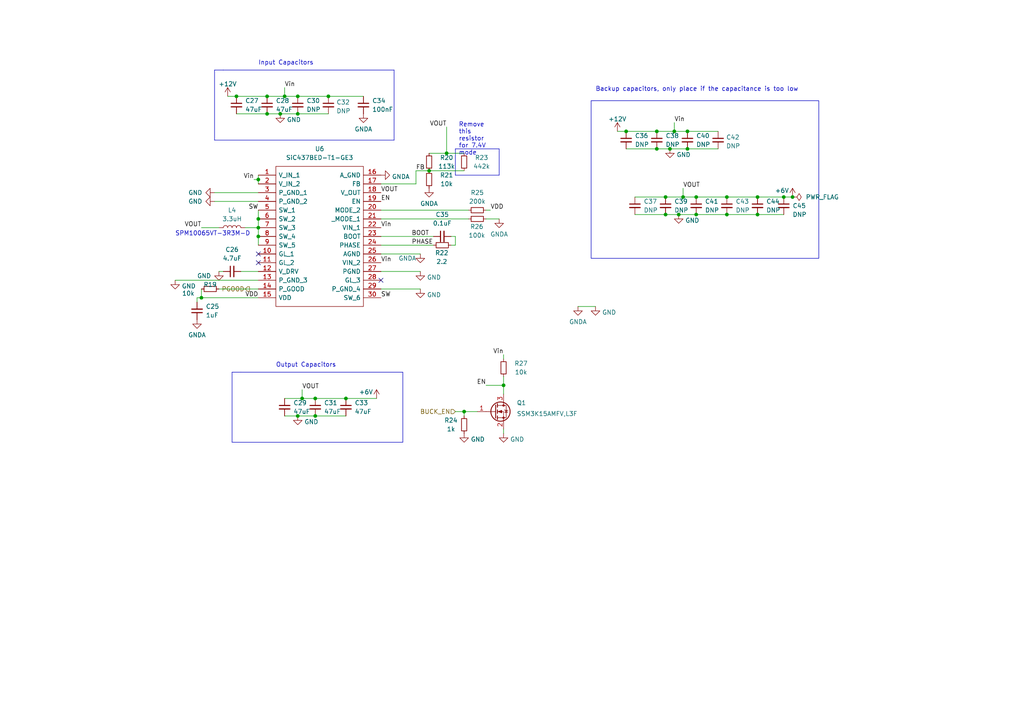
<source format=kicad_sch>
(kicad_sch (version 20230121) (generator eeschema)
  (paper "A4")
  (lib_symbols
    (symbol "Device:C_Small" (pin_numbers hide) (pin_names (offset 0.254) hide)
      (property "Reference" "C" (at 0.254 1.778 0))
      (property "Value" "C_Small" (at 0.254 -2.032 0))
      (symbol "C_Small_0_1"
        (polyline (pts (xy -1.524 -0.508) (xy 1.524 -0.508)) (stroke (width 0.3302)))
        (polyline (pts (xy -1.524 0.508) (xy 1.524 0.508)) (stroke (width 0.3048)))
      )
      (symbol "C_Small_1_1"
        (pin passive line (at 0 2.54 270) (length 2.032) (name "~") (number "1"))
        (pin passive line (at 0 -2.54 90) (length 2.032) (name "~") (number "2"))
      )
    )
    (symbol "Device:L" (pin_numbers hide) (pin_names (offset 1.016) hide)
      (property "Reference" "L" (at -1.27 0 90))
      (property "Value" "L" (at 1.905 0 90))
      (symbol "L_0_1"
        (arc (start 0 -2.54) (mid 0.6323 -1.905) (end 0 -1.27))
        (arc (start 0 -1.27) (mid 0.6323 -0.635) (end 0 0))
        (arc (start 0 0) (mid 0.6323 0.635) (end 0 1.27))
        (arc (start 0 1.27) (mid 0.6323 1.905) (end 0 2.54))
      )
      (symbol "L_1_1"
        (pin passive line (at 0 3.81 270) (length 1.27) (name "1") (number "1"))
        (pin passive line (at 0 -3.81 90) (length 1.27) (name "2") (number "2"))
      )
    )
    (symbol "Device:Q_NMOS_GSD" (pin_names (offset 0) hide)
      (property "Reference" "Q" (at 5.08 1.27 0))
      (property "Value" "Q_NMOS_GSD" (at 5.08 -1.27 0))
      (symbol "Q_NMOS_GSD_0_1"
        (polyline (pts (xy 0.254 0) (xy -2.54 0)))
        (polyline (pts (xy 0.254 1.905) (xy 0.254 -1.905)) (stroke (width 0.254)))
        (polyline (pts (xy 0.762 -1.27) (xy 0.762 -2.286)) (stroke (width 0.254)))
        (polyline (pts (xy 0.762 0.508) (xy 0.762 -0.508)) (stroke (width 0.254)))
        (polyline (pts (xy 0.762 2.286) (xy 0.762 1.27)) (stroke (width 0.254)))
        (polyline (pts (xy 2.54 2.54) (xy 2.54 1.778)))
        (polyline (pts (xy 2.54 -2.54) (xy 2.54 0) (xy 0.762 0)))
        (polyline (pts (xy 0.762 -1.778) (xy 3.302 -1.778) (xy 3.302 1.778) (xy 0.762 1.778)))
        (polyline (pts (xy 1.016 0) (xy 2.032 0.381) (xy 2.032 -0.381) (xy 1.016 0)) (fill (type outline)))
        (polyline (pts (xy 2.794 0.508) (xy 2.921 0.381) (xy 3.683 0.381) (xy 3.81 0.254)))
        (polyline (pts (xy 3.302 0.381) (xy 2.921 -0.254) (xy 3.683 -0.254) (xy 3.302 0.381)))
        (circle (center 1.651 0) (radius 2.794) (stroke (width 0.254)))
        (circle (center 2.54 -1.778) (radius 0.254) (fill (type outline)))
        (circle (center 2.54 1.778) (radius 0.254) (fill (type outline)))
      )
      (symbol "Q_NMOS_GSD_1_1"
        (pin input line (at -5.08 0 0) (length 2.54) (name "G") (number "1"))
        (pin passive line (at 2.54 -5.08 90) (length 2.54) (name "S") (number "2"))
        (pin passive line (at 2.54 5.08 270) (length 2.54) (name "D") (number "3"))
      )
    )
    (symbol "Device:R_Small" (pin_numbers hide) (pin_names (offset 0.254) hide)
      (property "Reference" "R" (at 0.762 0.508 0))
      (property "Value" "R_Small" (at 0.762 -1.016 0))
      (symbol "R_Small_0_1"
        (rectangle (start -0.762 1.778) (end 0.762 -1.778) (stroke (width 0.2032)))
      )
      (symbol "R_Small_1_1"
        (pin passive line (at 0 2.54 270) (length 0.762) (name "~") (number "1"))
        (pin passive line (at 0 -2.54 90) (length 0.762) (name "~") (number "2"))
      )
    )
    (symbol "iclr:SiC437BED-T1-GE3" (pin_names (offset 0.762))
      (property "Reference" "IC" (at 31.75 7.62 0))
      (property "Value" "SiC437BED-T1-GE3" (at 31.75 5.08 0))
      (symbol "SiC437BED-T1-GE3_0_0"
        (pin passive line (at 0 0 0) (length 5.08) (name "V_IN_1") (number "1"))
        (pin passive line (at 0 -22.86 0) (length 5.08) (name "GL_1") (number "10"))
        (pin passive line (at 0 -25.4 0) (length 5.08) (name "GL_2") (number "11"))
        (pin passive line (at 0 -27.94 0) (length 5.08) (name "V_DRV") (number "12"))
        (pin passive line (at 0 -30.48 0) (length 5.08) (name "P_GND_3") (number "13"))
        (pin passive line (at 0 -33.02 0) (length 5.08) (name "P_GOOD") (number "14"))
        (pin passive line (at 0 -35.56 0) (length 5.08) (name "VDD") (number "15"))
        (pin passive line (at 35.56 0 180) (length 5.08) (name "A_GND") (number "16"))
        (pin passive line (at 35.56 -2.54 180) (length 5.08) (name "FB") (number "17"))
        (pin passive line (at 35.56 -5.08 180) (length 5.08) (name "V_OUT") (number "18"))
        (pin passive line (at 35.56 -7.62 180) (length 5.08) (name "EN") (number "19"))
        (pin passive line (at 0 -2.54 0) (length 5.08) (name "V_IN_2") (number "2"))
        (pin passive line (at 35.56 -10.16 180) (length 5.08) (name "MODE_2") (number "20"))
        (pin passive line (at 35.56 -12.7 180) (length 5.08) (name "_MODE_1") (number "21"))
        (pin passive line (at 35.56 -15.24 180) (length 5.08) (name "VIN_1") (number "22"))
        (pin passive line (at 35.56 -17.78 180) (length 5.08) (name "BOOT") (number "23"))
        (pin passive line (at 35.56 -20.32 180) (length 5.08) (name "PHASE") (number "24"))
        (pin passive line (at 35.56 -22.86 180) (length 5.08) (name "AGND") (number "25"))
        (pin passive line (at 35.56 -25.4 180) (length 5.08) (name "VIN_2") (number "26"))
        (pin passive line (at 35.56 -27.94 180) (length 5.08) (name "PGND") (number "27"))
        (pin passive line (at 35.56 -30.48 180) (length 5.08) (name "GL_3") (number "28"))
        (pin passive line (at 35.56 -33.02 180) (length 5.08) (name "P_GND_4") (number "29"))
        (pin passive line (at 0 -5.08 0) (length 5.08) (name "P_GND_1") (number "3"))
        (pin passive line (at 35.56 -35.56 180) (length 5.08) (name "SW_6") (number "30"))
        (pin passive line (at 0 -7.62 0) (length 5.08) (name "P_GND_2") (number "4"))
        (pin passive line (at 0 -10.16 0) (length 5.08) (name "SW_1") (number "5"))
        (pin passive line (at 0 -12.7 0) (length 5.08) (name "SW_2") (number "6"))
        (pin passive line (at 0 -15.24 0) (length 5.08) (name "SW_3") (number "7"))
        (pin passive line (at 0 -17.78 0) (length 5.08) (name "SW_4") (number "8"))
        (pin passive line (at 0 -20.32 0) (length 5.08) (name "SW_5") (number "9"))
      )
      (symbol "SiC437BED-T1-GE3_0_1"
        (polyline (pts (xy 5.08 2.54) (xy 30.48 2.54) (xy 30.48 -38.1) (xy 5.08 -38.1) (xy 5.08 2.54)) (stroke (width 0.1524)))
      )
    )
    (symbol "power:+12V" (power) (pin_names (offset 0))
      (property "Value" "+12V" (at 0 3.556 0))
      (symbol "+12V_0_1"
        (polyline (pts (xy -0.762 1.27) (xy 0 2.54)))
        (polyline (pts (xy 0 0) (xy 0 2.54)))
        (polyline (pts (xy 0 2.54) (xy 0.762 1.27)))
      )
      (symbol "+12V_1_1"
        (pin power_in line (at 0 0 90) (length 0) hide (name "+12V") (number "1"))
      )
    )
    (symbol "power:+6V" (power) (pin_names (offset 0))
      (property "Value" "+6V" (at 0 3.556 0))
      (symbol "+6V_0_1"
        (polyline (pts (xy -0.762 1.27) (xy 0 2.54)))
        (polyline (pts (xy 0 0) (xy 0 2.54)))
        (polyline (pts (xy 0 2.54) (xy 0.762 1.27)))
      )
      (symbol "+6V_1_1"
        (pin power_in line (at 0 0 90) (length 0) hide (name "+6V") (number "1"))
      )
    )
    (symbol "power:GND" (power) (pin_names (offset 0))
      (property "Value" "GND" (at 0 -3.81 0))
      (symbol "GND_0_1"
        (polyline (pts (xy 0 0) (xy 0 -1.27) (xy 1.27 -1.27) (xy 0 -2.54) (xy -1.27 -1.27) (xy 0 -1.27)))
      )
      (symbol "GND_1_1"
        (pin power_in line (at 0 0 270) (length 0) hide (name "GND") (number "1"))
      )
    )
    (symbol "power:GNDA" (power) (pin_names (offset 0))
      (property "Value" "GNDA" (at 0 -3.81 0))
      (symbol "GNDA_0_1"
        (polyline (pts (xy 0 0) (xy 0 -1.27) (xy 1.27 -1.27) (xy 0 -2.54) (xy -1.27 -1.27) (xy 0 -1.27)))
      )
      (symbol "GNDA_1_1"
        (pin power_in line (at 0 0 270) (length 0) hide (name "GNDA") (number "1"))
      )
    )
    (symbol "power:PWR_FLAG" (power) (pin_numbers hide) (pin_names (offset 0) hide)
      (property "Value" "PWR_FLAG" (at 0 3.81 0))
      (symbol "PWR_FLAG_0_0"
        (pin power_out line (at 0 0 90) (length 0) (name "pwr") (number "1"))
      )
      (symbol "PWR_FLAG_0_1"
        (polyline (pts (xy 0 0) (xy 0 1.27) (xy -1.016 1.905) (xy 0 2.54) (xy 1.016 1.905) (xy 0 1.27)))
      )
    )
  )
  (junction (at 91.44 115.57))
  (junction (at 229.87 57.15))
  (junction (at 210.82 57.15))
  (junction (at 77.47 33.02))
  (junction (at 201.93 57.15))
  (junction (at 74.93 52.07))
  (junction (at 196.85 62.23))
  (junction (at 86.36 33.02))
  (junction (at 81.28 33.02))
  (junction (at 193.04 62.23))
  (junction (at 74.93 63.5))
  (junction (at 194.31 43.18))
  (junction (at 91.44 120.65))
  (junction (at 100.33 115.57))
  (junction (at 86.36 120.65))
  (junction (at 77.47 27.94))
  (junction (at 87.63 115.57))
  (junction (at 190.5 43.18))
  (junction (at 195.58 38.1))
  (junction (at 199.39 43.18))
  (junction (at 219.71 62.23))
  (junction (at 134.62 119.38))
  (junction (at 181.61 38.1))
  (junction (at 227.33 57.15))
  (junction (at 95.25 27.94))
  (junction (at 74.93 68.58))
  (junction (at 199.39 38.1))
  (junction (at 129.54 44.45))
  (junction (at 190.5 38.1))
  (junction (at 201.93 62.23))
  (junction (at 74.93 66.04))
  (junction (at 210.82 62.23))
  (junction (at 198.12 57.15))
  (junction (at 193.04 57.15))
  (junction (at 86.36 27.94))
  (junction (at 146.05 111.76))
  (junction (at 124.46 49.53))
  (junction (at 219.71 57.15))
  (junction (at 82.55 27.94))
  (junction (at 68.58 27.94))
  (junction (at 58.42 86.36))
  (no_connect (at 74.93 76.2))
  (no_connect (at 74.93 73.66))
  (no_connect (at 110.49 81.28))
  (wire (pts (xy 68.58 27.94) (xy 77.47 27.94)))
  (wire (pts (xy 87.63 113.03) (xy 87.63 115.57)))
  (wire (pts (xy 140.97 63.5) (xy 144.78 63.5)))
  (wire (pts (xy 58.42 86.36) (xy 74.93 86.36)))
  (wire (pts (xy 82.55 25.4) (xy 82.55 27.94)))
  (wire (pts (xy 82.55 120.65) (xy 86.36 120.65)))
  (polyline (pts (xy 144.78 43.18) (xy 144.78 50.8)))
  (wire (pts (xy 87.63 115.57) (xy 91.44 115.57)))
  (wire (pts (xy 57.15 86.36) (xy 57.15 87.63)))
  (polyline (pts (xy 116.84 128.27) (xy 67.31 128.27)))
  (wire (pts (xy 146.05 104.14) (xy 146.05 102.87)))
  (polyline (pts (xy 69.85 107.95) (xy 116.84 107.95)))
  (wire (pts (xy 82.55 27.94) (xy 86.36 27.94)))
  (wire (pts (xy 86.36 33.02) (xy 95.25 33.02)))
  (wire (pts (xy 110.49 53.34) (xy 120.65 53.34)))
  (wire (pts (xy 229.87 57.15) (xy 227.33 57.15)))
  (wire (pts (xy 210.82 62.23) (xy 219.71 62.23)))
  (wire (pts (xy 95.25 27.94) (xy 105.41 27.94)))
  (wire (pts (xy 146.05 114.3) (xy 146.05 111.76)))
  (wire (pts (xy 74.93 60.96) (xy 74.93 63.5)))
  (wire (pts (xy 190.5 43.18) (xy 194.31 43.18)))
  (wire (pts (xy 68.58 33.02) (xy 77.47 33.02)))
  (polyline (pts (xy 64.77 20.32) (xy 114.3 20.32)))
  (wire (pts (xy 58.42 83.82) (xy 58.42 86.36)))
  (wire (pts (xy 71.12 66.04) (xy 74.93 66.04)))
  (wire (pts (xy 190.5 38.1) (xy 195.58 38.1)))
  (wire (pts (xy 134.62 119.38) (xy 138.43 119.38)))
  (wire (pts (xy 179.07 38.1) (xy 181.61 38.1)))
  (wire (pts (xy 194.31 43.18) (xy 199.39 43.18)))
  (wire (pts (xy 193.04 62.23) (xy 196.85 62.23)))
  (wire (pts (xy 86.36 120.65) (xy 91.44 120.65)))
  (wire (pts (xy 121.92 83.82) (xy 110.49 83.82)))
  (wire (pts (xy 74.93 50.8) (xy 74.93 52.07)))
  (wire (pts (xy 219.71 62.23) (xy 227.33 62.23)))
  (wire (pts (xy 195.58 35.56) (xy 195.58 38.1)))
  (polyline (pts (xy 67.31 107.95) (xy 69.85 107.95)))
  (wire (pts (xy 120.65 49.53) (xy 120.65 53.34)))
  (wire (pts (xy 74.93 68.58) (xy 74.93 71.12)))
  (wire (pts (xy 129.54 44.45) (xy 134.62 44.45)))
  (polyline (pts (xy 132.08 43.18) (xy 144.78 43.18)))
  (wire (pts (xy 201.93 62.23) (xy 210.82 62.23)))
  (wire (pts (xy 77.47 27.94) (xy 82.55 27.94)))
  (wire (pts (xy 132.08 119.38) (xy 134.62 119.38)))
  (wire (pts (xy 100.33 115.57) (xy 109.22 115.57)))
  (wire (pts (xy 210.82 57.15) (xy 219.71 57.15)))
  (wire (pts (xy 63.5 83.82) (xy 74.93 83.82)))
  (wire (pts (xy 63.5 78.74) (xy 64.77 78.74)))
  (wire (pts (xy 121.92 78.74) (xy 110.49 78.74)))
  (wire (pts (xy 227.33 57.15) (xy 219.71 57.15)))
  (wire (pts (xy 86.36 27.94) (xy 95.25 27.94)))
  (wire (pts (xy 146.05 125.73) (xy 146.05 124.46)))
  (wire (pts (xy 167.64 88.9) (xy 172.72 88.9)))
  (wire (pts (xy 195.58 38.1) (xy 199.39 38.1)))
  (wire (pts (xy 62.23 55.88) (xy 74.93 55.88)))
  (wire (pts (xy 120.65 49.53) (xy 124.46 49.53)))
  (wire (pts (xy 140.97 60.96) (xy 142.24 60.96)))
  (wire (pts (xy 91.44 120.65) (xy 100.33 120.65)))
  (wire (pts (xy 74.93 63.5) (xy 74.93 66.04)))
  (wire (pts (xy 77.47 33.02) (xy 81.28 33.02)))
  (wire (pts (xy 58.42 86.36) (xy 57.15 86.36)))
  (wire (pts (xy 140.97 111.76) (xy 146.05 111.76)))
  (wire (pts (xy 199.39 38.1) (xy 208.28 38.1)))
  (polyline (pts (xy 67.31 128.27) (xy 67.31 107.95)))
  (wire (pts (xy 50.8 81.28) (xy 74.93 81.28)))
  (wire (pts (xy 132.08 68.58) (xy 132.08 71.12)))
  (wire (pts (xy 73.66 52.07) (xy 74.93 52.07)))
  (wire (pts (xy 193.04 57.15) (xy 198.12 57.15)))
  (wire (pts (xy 199.39 43.18) (xy 208.28 43.18)))
  (wire (pts (xy 74.93 52.07) (xy 74.93 53.34)))
  (polyline (pts (xy 62.23 20.32) (xy 64.77 20.32)))
  (wire (pts (xy 181.61 38.1) (xy 190.5 38.1)))
  (wire (pts (xy 91.44 115.57) (xy 100.33 115.57)))
  (wire (pts (xy 146.05 109.22) (xy 146.05 111.76)))
  (wire (pts (xy 69.85 78.74) (xy 74.93 78.74)))
  (wire (pts (xy 110.49 68.58) (xy 125.73 68.58)))
  (wire (pts (xy 62.23 58.42) (xy 74.93 58.42)))
  (wire (pts (xy 129.54 44.45) (xy 124.46 44.45)))
  (polyline (pts (xy 62.23 40.64) (xy 62.23 20.32)))
  (polyline (pts (xy 132.08 43.18) (xy 132.08 50.8)))
  (wire (pts (xy 198.12 54.61) (xy 198.12 57.15)))
  (polyline (pts (xy 116.84 107.95) (xy 116.84 128.27)))
  (wire (pts (xy 121.92 73.66) (xy 110.49 73.66)))
  (wire (pts (xy 196.85 62.23) (xy 201.93 62.23)))
  (wire (pts (xy 81.28 33.02) (xy 86.36 33.02)))
  (polyline (pts (xy 114.3 40.64) (xy 62.23 40.64)))
  (wire (pts (xy 58.42 66.04) (xy 63.5 66.04)))
  (wire (pts (xy 134.62 120.65) (xy 134.62 119.38)))
  (wire (pts (xy 135.89 63.5) (xy 110.49 63.5)))
  (wire (pts (xy 110.49 71.12) (xy 125.73 71.12)))
  (wire (pts (xy 135.89 60.96) (xy 110.49 60.96)))
  (wire (pts (xy 181.61 43.18) (xy 190.5 43.18)))
  (wire (pts (xy 66.04 27.94) (xy 68.58 27.94)))
  (wire (pts (xy 132.08 68.58) (xy 130.81 68.58)))
  (wire (pts (xy 124.46 49.53) (xy 134.62 49.53)))
  (wire (pts (xy 198.12 57.15) (xy 201.93 57.15)))
  (wire (pts (xy 201.93 57.15) (xy 210.82 57.15)))
  (polyline (pts (xy 144.78 50.8) (xy 132.08 50.8)))
  (wire (pts (xy 129.54 36.83) (xy 129.54 44.45)))
  (wire (pts (xy 132.08 71.12) (xy 130.81 71.12)))
  (polyline (pts (xy 114.3 20.32) (xy 114.3 40.64)))
  (wire (pts (xy 82.55 115.57) (xy 87.63 115.57)))
  (wire (pts (xy 184.15 57.15) (xy 193.04 57.15)))
  (wire (pts (xy 74.93 66.04) (xy 74.93 68.58)))
  (wire (pts (xy 184.15 62.23) (xy 193.04 62.23)))
  (rectangle (start 171.45 29.21) (end 237.49 74.93))
  (text_box "Remove this resistor for 7.4V mode" (at 132.08 34.29 0) (size 12.7 7.62) (stroke (width -0.0001)) (effects (font (size 1.27 1.27)) (justify left top)))
  (text "Backup capacitors, only place if the capacitance is too low\n" (at 172.72 26.67 0) (effects (font (size 1.27 1.27)) (justify left bottom)))
  (text "SPM10065VT-3R3M-D" (at 50.8 68.58 0) (effects (font (size 1.27 1.27)) (justify left bottom)))
  (text "Input Capacitors\n" (at 74.93 19.05 0) (effects (font (size 1.27 1.27)) (justify left bottom)))
  (text "Output Capacitors\n" (at 80.01 106.68 0) (effects (font (size 1.27 1.27)) (justify left bottom)))
  (label "VDD" (at 142.24 60.96 0))
  (label "VOUT" (at 87.63 113.03 0))
  (label "Vin" (at 110.49 76.2 0))
  (label "EN" (at 110.49 58.42 0))
  (label "SW" (at 74.93 60.96 180))
  (label "VOUT" (at 129.54 36.83 180))
  (label "PHASE" (at 119.38 71.12 0))
  (label "VOUT" (at 58.42 66.04 180))
  (label "Vin" (at 110.49 66.04 0))
  (label "EN" (at 140.97 111.76 180))
  (label "FB" (at 120.65 49.53 0))
  (label "BOOT" (at 124.46 68.58 180))
  (label "Vin" (at 146.05 102.87 180))
  (label "SW" (at 110.49 86.36 0))
  (label "Vin" (at 195.58 35.56 0))
  (label "Vin" (at 82.55 25.4 0))
  (label "VOUT" (at 110.49 55.88 0))
  (label "VOUT" (at 198.12 54.61 0))
  (label "VDD" (at 74.93 86.36 180))
  (label "Vin" (at 73.66 52.07 180))
  (hierarchical_label "BUCK_EN" (shape input) (at 132.08 119.38 180))
  (hierarchical_label "PGOOD" (shape output) (at 72.39 83.82 180))
  (symbol (lib_id "Device:C_Small") (at 210.82 59.69 0) (unit 1)
    (property "Reference" "C43" (at 213.36 58.4263 0) (effects (justify left)))
    (property "Value" "DNP" (at 213.36 60.9663 0) (effects (justify left)))
    (property "Footprint" "Capacitor_SMD:C_1206_3216Metric" (effects hide))
  )
  (symbol (lib_id "power:GNDA") (at 57.15 92.71 0) (unit 1)
    (property "Reference" "#PWR049" (effects hide))
    (property "Value" "GNDA" (at 57.15 97.1534 0))
  )
  (symbol (lib_id "power:+12V") (at 179.07 38.1 0) (unit 1)
    (property "Reference" "#PWR068" (effects hide))
    (property "Value" "+12V" (at 179.07 34.5242 0))
  )
  (symbol (lib_id "Device:R_Small") (at 124.46 46.99 180) (unit 1)
    (property "Reference" "R20" (at 129.54 45.72 0))
    (property "Value" "113k" (at 129.54 48.2569 0))
    (property "Footprint" "Resistor_SMD:R_0402_1005Metric" (effects hide))
  )
  (symbol (lib_id "power:GNDA") (at 124.46 54.61 0) (unit 1)
    (property "Reference" "#PWR062" (effects hide))
    (property "Value" "GNDA" (at 124.46 59.0534 0))
  )
  (symbol (lib_id "power:GND") (at 134.62 125.73 0) (unit 1)
    (property "Reference" "#PWR063" (effects hide))
    (property "Value" "GND" (at 136.525 127.4338 0) (effects (justify left)))
  )
  (symbol (lib_id "power:GND") (at 121.92 83.82 0) (unit 1)
    (property "Reference" "#PWR061" (effects hide))
    (property "Value" "GND" (at 123.825 85.5238 0) (effects (justify left)))
  )
  (symbol (lib_id "Device:C_Small") (at 95.25 30.48 0) (unit 1)
    (property "Reference" "C32" (at 97.5741 29.6516 0) (effects (justify left)))
    (property "Value" "DNP" (at 97.5741 32.1885 0) (effects (justify left)))
    (property "Footprint" "Capacitor_SMD:C_1206_3216Metric" (effects hide))
  )
  (symbol (lib_id "power:+12V") (at 66.04 27.94 0) (unit 1)
    (property "Reference" "#PWR053" (effects hide))
    (property "Value" "+12V" (at 66.04 24.3642 0))
  )
  (symbol (lib_id "power:GND") (at 50.8 81.28 0) (unit 1)
    (property "Reference" "#PWR048" (effects hide))
    (property "Value" "GND" (at 52.705 82.9838 0) (effects (justify left)))
  )
  (symbol (lib_id "power:GNDA") (at 144.78 63.5 0) (unit 1)
    (property "Reference" "#PWR064" (effects hide))
    (property "Value" "GNDA" (at 144.78 67.9434 0))
  )
  (symbol (lib_id "Device:C_Small") (at 82.55 118.11 0) (unit 1)
    (property "Reference" "C29" (at 85.09 116.8463 0) (effects (justify left)))
    (property "Value" "47uF" (at 85.09 119.3863 0) (effects (justify left)))
    (property "Footprint" "Capacitor_SMD:C_1206_3216Metric" (effects hide))
  )
  (symbol (lib_id "power:PWR_FLAG") (at 229.87 57.15 270) (unit 1)
    (property "Reference" "#FLG09" (effects hide))
    (property "Value" "PWR_FLAG" (at 233.68 57.15 90) (effects (justify left)))
  )
  (symbol (lib_id "Device:R_Small") (at 146.05 106.68 180) (unit 1)
    (property "Reference" "R27" (at 151.13 105.4131 0))
    (property "Value" "10k" (at 151.13 107.95 0))
    (property "Footprint" "Resistor_SMD:R_0402_1005Metric" (effects hide))
  )
  (symbol (lib_id "Device:C_Small") (at 100.33 118.11 0) (unit 1)
    (property "Reference" "C33" (at 102.87 116.8463 0) (effects (justify left)))
    (property "Value" "47uF" (at 102.87 119.3863 0) (effects (justify left)))
    (property "Footprint" "Capacitor_SMD:C_1206_3216Metric" (effects hide))
  )
  (symbol (lib_id "power:GND") (at 62.23 58.42 270) (unit 1)
    (property "Reference" "#PWR051" (effects hide))
    (property "Value" "GND" (at 54.61 58.42 90) (effects (justify left)))
  )
  (symbol (lib_id "Device:R_Small") (at 134.62 46.99 180) (unit 1)
    (property "Reference" "R23" (at 139.7 45.72 0))
    (property "Value" "442k" (at 139.7 48.2569 0))
    (property "Footprint" "Resistor_SMD:R_0402_1005Metric" (effects hide))
  )
  (symbol (lib_id "Device:C_Small") (at 77.47 30.48 0) (unit 1)
    (property "Reference" "C28" (at 80.01 29.2163 0) (effects (justify left)))
    (property "Value" "47uF" (at 80.01 31.7563 0) (effects (justify left)))
    (property "Footprint" "Capacitor_SMD:C_1206_3216Metric" (effects hide))
  )
  (symbol (lib_id "power:+6V") (at 229.87 57.15 0) (unit 1)
    (property "Reference" "#PWR071" (effects hide))
    (property "Value" "+6V" (at 226.8053 55.2778 0))
  )
  (symbol (lib_id "Device:C_Small") (at 67.31 78.74 90) (unit 1)
    (property "Reference" "C26" (at 67.3163 72.39 90))
    (property "Value" "4.7uF" (at 67.3163 74.93 90))
    (property "Footprint" "Capacitor_SMD:C_0402_1005Metric" (effects hide))
  )
  (symbol (lib_id "power:GND") (at 121.92 78.74 0) (unit 1)
    (property "Reference" "#PWR060" (effects hide))
    (property "Value" "GND" (at 123.825 80.4438 0) (effects (justify left)))
  )
  (symbol (lib_id "power:GND") (at 86.36 120.65 0) (unit 1)
    (property "Reference" "#PWR055" (effects hide))
    (property "Value" "GND" (at 88.265 122.3538 0) (effects (justify left)))
  )
  (symbol (lib_id "power:GNDA") (at 105.41 33.02 0) (unit 1)
    (property "Reference" "#PWR056" (effects hide))
    (property "Value" "GNDA" (at 105.41 37.4634 0))
  )
  (symbol (lib_id "Device:R_Small") (at 138.43 63.5 90) (unit 1)
    (property "Reference" "R26" (at 138.3045 65.732 90))
    (property "Value" "100k" (at 138.3045 68.2689 90))
    (property "Footprint" "Resistor_SMD:R_0402_1005Metric" (effects hide))
  )
  (symbol (lib_id "Device:R_Small") (at 134.62 123.19 180) (unit 1)
    (property "Reference" "R24" (at 130.81 121.92 0))
    (property "Value" "1k" (at 130.81 124.4569 0))
    (property "Footprint" "Resistor_SMD:R_0402_1005Metric" (effects hide))
  )
  (symbol (lib_id "Device:C_Small") (at 227.33 59.69 0) (unit 1)
    (property "Reference" "C45" (at 229.87 59.69 0) (effects (justify left)))
    (property "Value" "DNP" (at 229.87 62.23 0) (effects (justify left)))
    (property "Footprint" "Capacitor_SMD:C_1206_3216Metric" (effects hide))
  )
  (symbol (lib_id "power:GND") (at 196.85 62.23 0) (unit 1)
    (property "Reference" "#PWR070" (effects hide))
    (property "Value" "GND" (at 198.755 63.9338 0) (effects (justify left)))
  )
  (symbol (lib_id "power:+6V") (at 109.22 115.57 0) (unit 1)
    (property "Reference" "#PWR057" (effects hide))
    (property "Value" "+6V" (at 106.1553 113.6978 0))
  )
  (symbol (lib_id "Device:C_Small") (at 190.5 40.64 0) (unit 1)
    (property "Reference" "C38" (at 193.04 39.3763 0) (effects (justify left)))
    (property "Value" "DNP" (at 193.04 41.9163 0) (effects (justify left)))
    (property "Footprint" "Capacitor_SMD:C_1206_3216Metric" (effects hide))
  )
  (symbol (lib_id "Device:C_Small") (at 68.58 30.48 0) (unit 1)
    (property "Reference" "C27" (at 71.12 29.2163 0) (effects (justify left)))
    (property "Value" "47uF" (at 71.12 31.7563 0) (effects (justify left)))
    (property "Footprint" "Capacitor_SMD:C_1206_3216Metric" (effects hide))
  )
  (symbol (lib_id "power:GNDA") (at 167.64 88.9 0) (mirror y) (unit 1)
    (property "Reference" "#PWR066" (effects hide))
    (property "Value" "GNDA" (at 167.64 93.3434 0))
  )
  (symbol (lib_id "power:GNDA") (at 110.49 50.8 90) (unit 1)
    (property "Reference" "#PWR058" (effects hide))
    (property "Value" "GNDA" (at 113.665 51.2338 90) (effects (justify right)))
  )
  (symbol (lib_id "Device:C_Small") (at 201.93 59.69 0) (unit 1)
    (property "Reference" "C41" (at 204.47 58.4263 0) (effects (justify left)))
    (property "Value" "DNP" (at 204.47 60.9663 0) (effects (justify left)))
    (property "Footprint" "Capacitor_SMD:C_0805_2012Metric" (effects hide))
  )
  (symbol (lib_id "power:GND") (at 81.28 33.02 0) (unit 1)
    (property "Reference" "#PWR054" (effects hide))
    (property "Value" "GND" (at 83.185 34.7238 0) (effects (justify left)))
  )
  (symbol (lib_id "power:GND") (at 172.72 88.9 0) (unit 1)
    (property "Reference" "#PWR067" (effects hide))
    (property "Value" "GND" (at 174.625 90.6038 0) (effects (justify left)))
  )
  (symbol (lib_id "Device:C_Small") (at 91.44 118.11 0) (unit 1)
    (property "Reference" "C31" (at 93.98 116.8463 0) (effects (justify left)))
    (property "Value" "47uF" (at 93.98 119.3863 0) (effects (justify left)))
    (property "Footprint" "Capacitor_SMD:C_1206_3216Metric" (effects hide))
  )
  (symbol (lib_id "Device:C_Small") (at 184.15 59.69 0) (unit 1)
    (property "Reference" "C37" (at 186.69 58.4263 0) (effects (justify left)))
    (property "Value" "DNP" (at 186.69 60.9663 0) (effects (justify left)))
    (property "Footprint" "Capacitor_SMD:C_0805_2012Metric" (effects hide))
  )
  (symbol (lib_id "Device:L") (at 67.31 66.04 90) (unit 1)
    (property "Reference" "L4" (at 67.31 60.96 90))
    (property "Value" "3.3uH" (at 67.31 63.5 90))
    (property "Footprint" "iclr:IND_SPM10065VT-3R3M-D" (effects hide))
  )
  (symbol (lib_id "Device:C_Small") (at 219.71 59.69 0) (unit 1)
    (property "Reference" "C44" (at 222.25 58.42 0) (effects (justify left)))
    (property "Value" "DNP" (at 222.25 60.96 0) (effects (justify left)))
    (property "Footprint" "Capacitor_SMD:C_1206_3216Metric" (effects hide))
  )
  (symbol (lib_id "Device:C_Small") (at 199.39 40.64 0) (unit 1)
    (property "Reference" "C40" (at 201.93 39.3763 0) (effects (justify left)))
    (property "Value" "DNP" (at 201.93 41.9163 0) (effects (justify left)))
    (property "Footprint" "Capacitor_SMD:C_1206_3216Metric" (effects hide))
  )
  (symbol (lib_id "Device:C_Small") (at 181.61 40.64 0) (unit 1)
    (property "Reference" "C36" (at 184.15 39.3763 0) (effects (justify left)))
    (property "Value" "DNP" (at 184.15 41.9163 0) (effects (justify left)))
    (property "Footprint" "Capacitor_SMD:C_1206_3216Metric" (effects hide))
  )
  (symbol (lib_id "power:GND") (at 146.05 125.73 0) (unit 1)
    (property "Reference" "#PWR065" (effects hide))
    (property "Value" "GND" (at 147.955 127.4338 0) (effects (justify left)))
  )
  (symbol (lib_id "power:GND") (at 63.5 78.74 0) (unit 1)
    (property "Reference" "#PWR052" (effects hide))
    (property "Value" "GND" (at 57.15 80.01 0) (effects (justify left)))
  )
  (symbol (lib_id "iclr:SiC437BED-T1-GE3") (at 74.93 50.8 0) (unit 1)
    (property "Reference" "U6" (at 92.71 43.18 0))
    (property "Value" "SiC437BED-T1-GE3" (at 92.71 45.72 0))
    (property "Footprint" "iclr:SiC437BEDT1GE3" (effects hide))
    (property "Datasheet" "https://componentsearchengine.com/Datasheets/1/SiC437BED-T1-GE3.pdf" (effects hide))
    (property "Description" "Switching Voltage Regulators 3-28V 12A 50uA microBUCK MLP44-24" (effects hide))
    (property "Height" "0.8" (effects hide))
    (property "Manufacturer_Name" "Vishay" (effects hide))
    (property "Manufacturer_Part_Number" "SiC437BED-T1-GE3" (effects hide))
    (property "Mouser Part Number" "78-SIC437BED-T1-GE3" (effects hide))
    (property "Mouser Price/Stock" "https://www.mouser.co.uk/ProductDetail/Vishay-Siliconix/SiC437BED-T1-GE3?qs=chTDxNqvsyntp1SKlnHzGA%3D%3D" (effects hide))
    (property "Arrow Part Number" "SIC437BED-T1-GE3" (effects hide))
    (property "Arrow Price/Stock" "https://www.arrow.com/en/products/sic437bed-t1-ge3/vishay" (effects hide))
  )
  (symbol (lib_id "Device:C_Small") (at 193.04 59.69 0) (unit 1)
    (property "Reference" "C39" (at 195.58 58.4263 0) (effects (justify left)))
    (property "Value" "DNP" (at 195.58 60.9663 0) (effects (justify left)))
    (property "Footprint" "Capacitor_SMD:C_1206_3216Metric" (effects hide))
  )
  (symbol (lib_id "Device:R_Small") (at 124.46 52.07 180) (unit 1)
    (property "Reference" "R21" (at 129.54 50.8031 0))
    (property "Value" "10k" (at 129.54 53.34 0))
    (property "Footprint" "Resistor_SMD:R_0402_1005Metric" (effects hide))
  )
  (symbol (lib_id "Device:Q_NMOS_GSD") (at 143.51 119.38 0) (unit 1)
    (property "Reference" "Q1" (at 149.86 116.84 0) (effects (justify left)))
    (property "Value" "SSM3K15AMFV,L3F" (at 149.86 120.015 0) (effects (justify left)))
    (property "Footprint" "Package_TO_SOT_SMD:SOT-723" (effects hide))
  )
  (symbol (lib_id "Device:C_Small") (at 86.36 30.48 0) (unit 1)
    (property "Reference" "C30" (at 88.9 29.2163 0) (effects (justify left)))
    (property "Value" "DNP" (at 88.9 31.7563 0) (effects (justify left)))
    (property "Footprint" "Capacitor_SMD:C_1206_3216Metric" (effects hide))
  )
  (symbol (lib_id "Device:C_Small") (at 208.28 40.64 0) (unit 1)
    (property "Reference" "C42" (at 210.6041 39.8116 0) (effects (justify left)))
    (property "Value" "DNP" (at 210.6041 42.3485 0) (effects (justify left)))
    (property "Footprint" "Capacitor_SMD:C_1206_3216Metric" (effects hide))
  )
  (symbol (lib_id "Device:R_Small") (at 60.96 83.82 90) (unit 1)
    (property "Reference" "R19" (at 60.96 82.55 90))
    (property "Value" "10k" (at 54.61 85.0869 90))
    (property "Footprint" "Resistor_SMD:R_0402_1005Metric" (effects hide))
  )
  (symbol (lib_id "power:GND") (at 62.23 55.88 270) (unit 1)
    (property "Reference" "#PWR050" (effects hide))
    (property "Value" "GND" (at 54.61 55.88 90) (effects (justify left)))
  )
  (symbol (lib_id "Device:R_Small") (at 128.27 71.12 90) (unit 1)
    (property "Reference" "R22" (at 128.1445 73.352 90))
    (property "Value" "2.2" (at 128.1445 75.8889 90))
    (property "Footprint" "Resistor_SMD:R_0402_1005Metric" (effects hide))
  )
  (symbol (lib_id "Device:C_Small") (at 105.41 30.48 0) (unit 1)
    (property "Reference" "C34" (at 107.95 29.2163 0) (effects (justify left)))
    (property "Value" "100nF" (at 107.95 31.7563 0) (effects (justify left)))
    (property "Footprint" "Capacitor_SMD:C_0402_1005Metric" (effects hide))
  )
  (symbol (lib_id "power:GND") (at 194.31 43.18 0) (unit 1)
    (property "Reference" "#PWR069" (effects hide))
    (property "Value" "GND" (at 196.215 44.8838 0) (effects (justify left)))
  )
  (symbol (lib_id "Device:C_Small") (at 57.15 90.17 180) (unit 1)
    (property "Reference" "C25" (at 59.69 88.8936 0) (effects (justify right)))
    (property "Value" "1uF" (at 59.69 91.4336 0) (effects (justify right)))
    (property "Footprint" "Capacitor_SMD:C_0402_1005Metric" (effects hide))
  )
  (symbol (lib_id "Device:R_Small") (at 138.43 60.96 90) (unit 1)
    (property "Reference" "R25" (at 138.43 55.88 90))
    (property "Value" "200k" (at 138.43 58.4169 90))
    (property "Footprint" "Resistor_SMD:R_0402_1005Metric" (effects hide))
  )
  (symbol (lib_id "power:GNDA") (at 121.92 73.66 0) (unit 1)
    (property "Reference" "#PWR059" (effects hide))
    (property "Value" "GNDA" (at 115.57 74.93 0) (effects (justify left)))
  )
  (symbol (lib_id "Device:C_Small") (at 128.27 68.58 90) (unit 1)
    (property "Reference" "C35" (at 128.2763 62.23 90))
    (property "Value" "0.1uF" (at 128.2763 64.77 90))
    (property "Footprint" "Capacitor_SMD:C_0402_1005Metric" (effects hide))
  )
)
</source>
